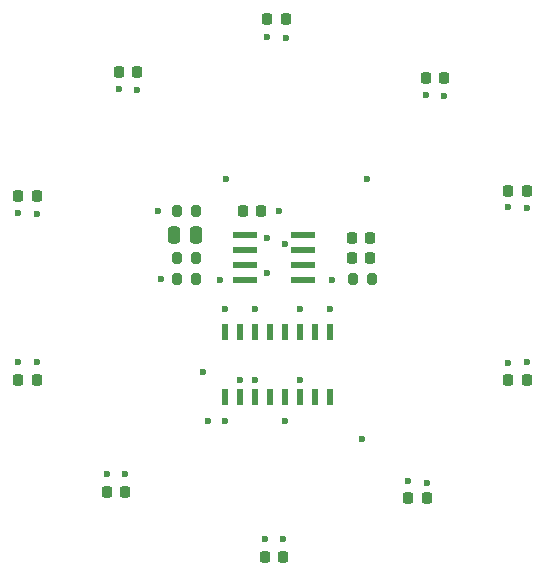
<source format=gbr>
G04 #@! TF.GenerationSoftware,KiCad,Pcbnew,8.0.6*
G04 #@! TF.CreationDate,2024-12-20T10:00:19-06:00*
G04 #@! TF.ProjectId,BCoin2024,42436f69-6e32-4303-9234-2e6b69636164,rev?*
G04 #@! TF.SameCoordinates,Original*
G04 #@! TF.FileFunction,Soldermask,Top*
G04 #@! TF.FilePolarity,Negative*
%FSLAX46Y46*%
G04 Gerber Fmt 4.6, Leading zero omitted, Abs format (unit mm)*
G04 Created by KiCad (PCBNEW 8.0.6) date 2024-12-20 10:00:19*
%MOMM*%
%LPD*%
G01*
G04 APERTURE LIST*
G04 Aperture macros list*
%AMRoundRect*
0 Rectangle with rounded corners*
0 $1 Rounding radius*
0 $2 $3 $4 $5 $6 $7 $8 $9 X,Y pos of 4 corners*
0 Add a 4 corners polygon primitive as box body*
4,1,4,$2,$3,$4,$5,$6,$7,$8,$9,$2,$3,0*
0 Add four circle primitives for the rounded corners*
1,1,$1+$1,$2,$3*
1,1,$1+$1,$4,$5*
1,1,$1+$1,$6,$7*
1,1,$1+$1,$8,$9*
0 Add four rect primitives between the rounded corners*
20,1,$1+$1,$2,$3,$4,$5,0*
20,1,$1+$1,$4,$5,$6,$7,0*
20,1,$1+$1,$6,$7,$8,$9,0*
20,1,$1+$1,$8,$9,$2,$3,0*%
G04 Aperture macros list end*
%ADD10RoundRect,0.218750X-0.218750X-0.256250X0.218750X-0.256250X0.218750X0.256250X-0.218750X0.256250X0*%
%ADD11RoundRect,0.218750X0.218750X0.256250X-0.218750X0.256250X-0.218750X-0.256250X0.218750X-0.256250X0*%
%ADD12R,2.000000X0.600000*%
%ADD13RoundRect,0.250000X-0.250000X-0.475000X0.250000X-0.475000X0.250000X0.475000X-0.250000X0.475000X0*%
%ADD14R,0.533400X1.460500*%
%ADD15RoundRect,0.200000X0.200000X0.275000X-0.200000X0.275000X-0.200000X-0.275000X0.200000X-0.275000X0*%
%ADD16RoundRect,0.225000X-0.225000X-0.250000X0.225000X-0.250000X0.225000X0.250000X-0.225000X0.250000X0*%
%ADD17RoundRect,0.200000X-0.200000X-0.275000X0.200000X-0.275000X0.200000X0.275000X-0.200000X0.275000X0*%
%ADD18C,0.600000*%
G04 APERTURE END LIST*
D10*
X133787500Y-113000000D03*
X135362500Y-113000000D03*
D11*
X156000000Y-98000000D03*
X154425000Y-98000000D03*
D12*
X137000000Y-89540000D03*
X137000000Y-88270000D03*
X137000000Y-87000000D03*
X137000000Y-85730000D03*
X132100000Y-85730000D03*
X132100000Y-87000000D03*
X132100000Y-88270000D03*
X132100000Y-89540000D03*
D13*
X126100000Y-85730000D03*
X128000000Y-85730000D03*
D10*
X134000000Y-67500000D03*
X135575000Y-67500000D03*
D11*
X156000000Y-82000000D03*
X154425000Y-82000000D03*
D10*
X112925000Y-82500000D03*
X114500000Y-82500000D03*
D11*
X142750000Y-87750000D03*
X141175000Y-87750000D03*
D14*
X130400000Y-99448300D03*
X131670000Y-99448300D03*
X132940000Y-99448300D03*
X134210000Y-99448300D03*
X135480000Y-99448300D03*
X136750000Y-99448300D03*
X138020000Y-99448300D03*
X139290000Y-99448300D03*
X139290000Y-94000000D03*
X138020000Y-94000000D03*
X136750000Y-94000000D03*
X135480000Y-94000000D03*
X134210000Y-94000000D03*
X132940000Y-94000000D03*
X131670000Y-94000000D03*
X130400000Y-94000000D03*
D15*
X128000000Y-87730000D03*
X126350000Y-87730000D03*
D10*
X112925000Y-98000000D03*
X114500000Y-98000000D03*
D15*
X128000000Y-83730000D03*
X126350000Y-83730000D03*
X142900000Y-89500000D03*
X141250000Y-89500000D03*
D11*
X147500000Y-108000000D03*
X145925000Y-108000000D03*
D16*
X141200000Y-86000000D03*
X142750000Y-86000000D03*
D10*
X120425000Y-107500000D03*
X122000000Y-107500000D03*
X121425000Y-72000000D03*
X123000000Y-72000000D03*
D17*
X126350000Y-89500000D03*
X128000000Y-89500000D03*
D11*
X149000000Y-72500000D03*
X147425000Y-72500000D03*
D16*
X131950000Y-83730000D03*
X133500000Y-83730000D03*
D18*
X130040000Y-89540000D03*
X130400000Y-92000000D03*
X125000000Y-89500000D03*
X134000000Y-89000000D03*
X134000000Y-86000000D03*
X142500000Y-81000000D03*
X139500000Y-89540000D03*
X135000000Y-83730000D03*
X130500000Y-81000000D03*
X135500000Y-86500000D03*
X132940000Y-92060000D03*
X112925000Y-96500000D03*
X134000000Y-69000000D03*
X149000000Y-74000000D03*
X124770000Y-83730000D03*
X121425000Y-73425000D03*
X133787500Y-111500000D03*
X147500000Y-106750000D03*
X156000000Y-83500000D03*
X120425000Y-106000000D03*
X112925000Y-83925000D03*
X156000000Y-96500000D03*
X136750000Y-92000000D03*
X135575000Y-69100000D03*
X139290000Y-92000000D03*
X147425000Y-73925000D03*
X136750000Y-98000000D03*
X154425000Y-83425000D03*
X154425000Y-96575000D03*
X135480000Y-101480000D03*
X145925000Y-106575000D03*
X130400000Y-101500000D03*
X142000000Y-103000000D03*
X135362500Y-111500000D03*
X129000000Y-101500000D03*
X122000000Y-106000000D03*
X128600000Y-97400000D03*
X114500000Y-96500000D03*
X114500000Y-84000000D03*
X131670000Y-98000000D03*
X132940000Y-98000000D03*
X123000000Y-73500000D03*
M02*

</source>
